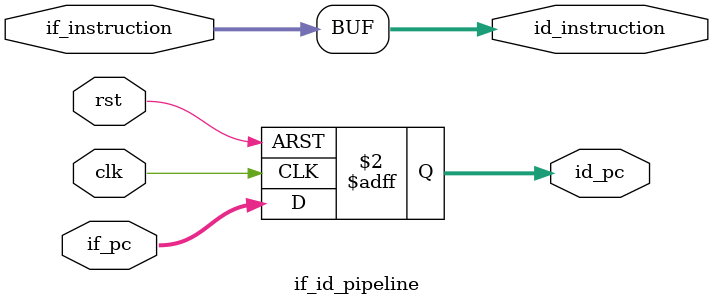
<source format=v>
module if_id_pipeline(
    input clk,
    input rst,
    input [31:0] if_pc,
    input [31:0] if_instruction,
    output reg [31:0] id_pc,
    output [31:0] id_instruction
);

    always @(posedge clk or posedge rst) begin
        if (rst) begin
            id_pc <= 32'h00000000;
        end else begin
            id_pc <= if_pc;
        end
    end

    // Instruction is passed directly from fetch stage to decode stage because
    // register already in instruction memory module
    assign id_instruction = if_instruction;

endmodule
</source>
